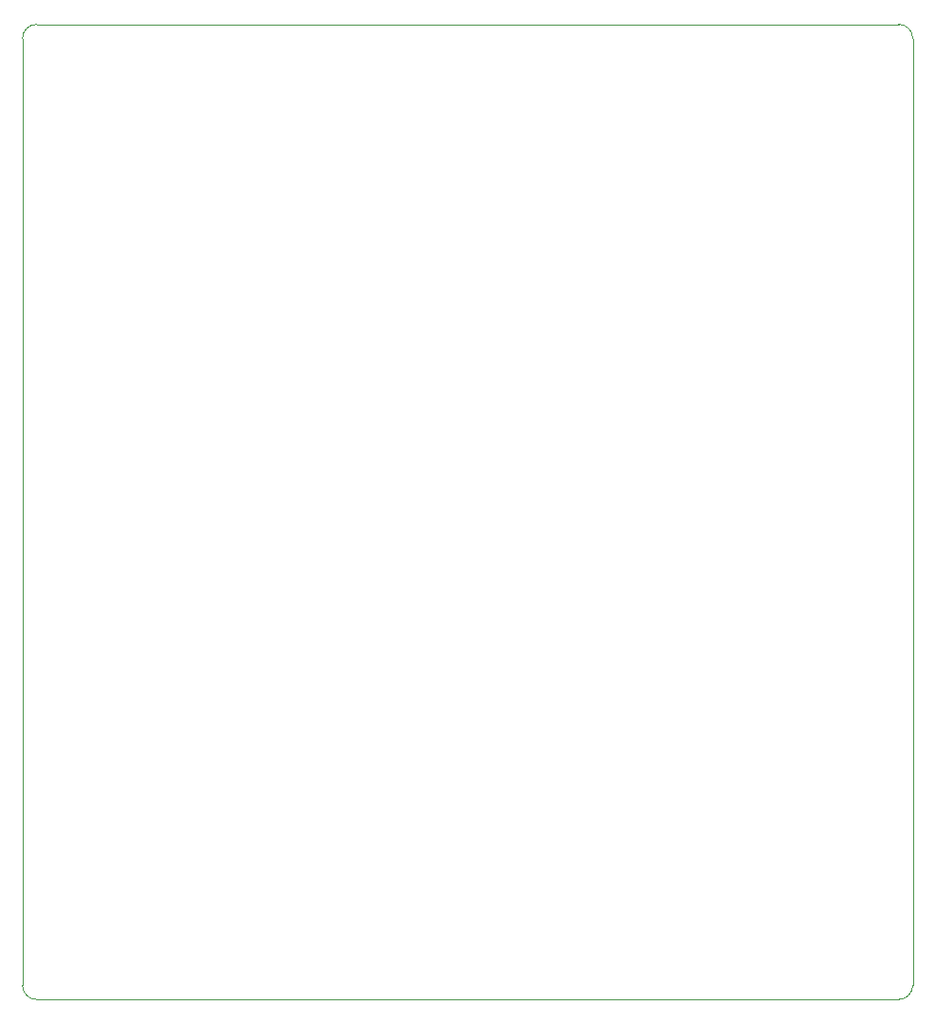
<source format=gbr>
%TF.GenerationSoftware,Altium Limited,Altium Designer,23.3.1 (30)*%
G04 Layer_Color=0*
%FSLAX45Y45*%
%MOMM*%
%TF.SameCoordinates,CA382BF2-D798-45FE-BEC5-AB2A3CF063FF*%
%TF.FilePolarity,Positive*%
%TF.FileFunction,Profile,NP*%
%TF.Part,Single*%
G01*
G75*
%TA.AperFunction,Profile*%
%ADD63C,0.02540*%
D63*
X5750000Y2777000D02*
Y11223000D01*
D02*
G02*
X5877000Y11350000I127000J0D01*
G01*
X13573000D01*
D02*
G02*
X13700000Y11223000I0J-127000D01*
G01*
Y2777000D01*
D02*
G02*
X13573000Y2650000I-127000J0D01*
G01*
X5877000D01*
D02*
G02*
X5750000Y2777000I0J127000D01*
G01*
%TF.MD5,d2e84390328c746451b1a81a1074d776*%
M02*

</source>
